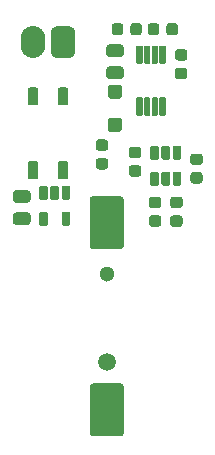
<source format=gbr>
%TF.GenerationSoftware,KiCad,Pcbnew,(5.1.6-0-10_14)*%
%TF.CreationDate,2022-05-10T09:10:30-04:00*%
%TF.ProjectId,Delay_Door_Switch-RevB,44656c61-795f-4446-9f6f-725f53776974,rev?*%
%TF.SameCoordinates,Original*%
%TF.FileFunction,Soldermask,Bot*%
%TF.FilePolarity,Negative*%
%FSLAX46Y46*%
G04 Gerber Fmt 4.6, Leading zero omitted, Abs format (unit mm)*
G04 Created by KiCad (PCBNEW (5.1.6-0-10_14)) date 2022-05-10 09:10:30*
%MOMM*%
%LPD*%
G01*
G04 APERTURE LIST*
%ADD10O,2.100000X2.700000*%
%ADD11C,1.500000*%
%ADD12C,1.300000*%
G04 APERTURE END LIST*
%TO.C,U3*%
G36*
G01*
X128387500Y-67670000D02*
X128912500Y-67670000D01*
G75*
G02*
X129025000Y-67782500I0J-112500D01*
G01*
X129025000Y-68717500D01*
G75*
G02*
X128912500Y-68830000I-112500J0D01*
G01*
X128387500Y-68830000D01*
G75*
G02*
X128275000Y-68717500I0J112500D01*
G01*
X128275000Y-67782500D01*
G75*
G02*
X128387500Y-67670000I112500J0D01*
G01*
G37*
G36*
G01*
X130287500Y-67670000D02*
X130812500Y-67670000D01*
G75*
G02*
X130925000Y-67782500I0J-112500D01*
G01*
X130925000Y-68717500D01*
G75*
G02*
X130812500Y-68830000I-112500J0D01*
G01*
X130287500Y-68830000D01*
G75*
G02*
X130175000Y-68717500I0J112500D01*
G01*
X130175000Y-67782500D01*
G75*
G02*
X130287500Y-67670000I112500J0D01*
G01*
G37*
G36*
G01*
X130287500Y-65470000D02*
X130812500Y-65470000D01*
G75*
G02*
X130925000Y-65582500I0J-112500D01*
G01*
X130925000Y-66517500D01*
G75*
G02*
X130812500Y-66630000I-112500J0D01*
G01*
X130287500Y-66630000D01*
G75*
G02*
X130175000Y-66517500I0J112500D01*
G01*
X130175000Y-65582500D01*
G75*
G02*
X130287500Y-65470000I112500J0D01*
G01*
G37*
G36*
G01*
X129337500Y-65470000D02*
X129862500Y-65470000D01*
G75*
G02*
X129975000Y-65582500I0J-112500D01*
G01*
X129975000Y-66517500D01*
G75*
G02*
X129862500Y-66630000I-112500J0D01*
G01*
X129337500Y-66630000D01*
G75*
G02*
X129225000Y-66517500I0J112500D01*
G01*
X129225000Y-65582500D01*
G75*
G02*
X129337500Y-65470000I112500J0D01*
G01*
G37*
G36*
G01*
X128387500Y-65470000D02*
X128912500Y-65470000D01*
G75*
G02*
X129025000Y-65582500I0J-112500D01*
G01*
X129025000Y-66517500D01*
G75*
G02*
X128912500Y-66630000I-112500J0D01*
G01*
X128387500Y-66630000D01*
G75*
G02*
X128275000Y-66517500I0J112500D01*
G01*
X128275000Y-65582500D01*
G75*
G02*
X128387500Y-65470000I112500J0D01*
G01*
G37*
%TD*%
%TO.C,U1*%
G36*
G01*
X139262500Y-63230000D02*
X138737500Y-63230000D01*
G75*
G02*
X138625000Y-63117500I0J112500D01*
G01*
X138625000Y-62182500D01*
G75*
G02*
X138737500Y-62070000I112500J0D01*
G01*
X139262500Y-62070000D01*
G75*
G02*
X139375000Y-62182500I0J-112500D01*
G01*
X139375000Y-63117500D01*
G75*
G02*
X139262500Y-63230000I-112500J0D01*
G01*
G37*
G36*
G01*
X140212500Y-63230000D02*
X139687500Y-63230000D01*
G75*
G02*
X139575000Y-63117500I0J112500D01*
G01*
X139575000Y-62182500D01*
G75*
G02*
X139687500Y-62070000I112500J0D01*
G01*
X140212500Y-62070000D01*
G75*
G02*
X140325000Y-62182500I0J-112500D01*
G01*
X140325000Y-63117500D01*
G75*
G02*
X140212500Y-63230000I-112500J0D01*
G01*
G37*
G36*
G01*
X138312500Y-63230000D02*
X137787500Y-63230000D01*
G75*
G02*
X137675000Y-63117500I0J112500D01*
G01*
X137675000Y-62182500D01*
G75*
G02*
X137787500Y-62070000I112500J0D01*
G01*
X138312500Y-62070000D01*
G75*
G02*
X138425000Y-62182500I0J-112500D01*
G01*
X138425000Y-63117500D01*
G75*
G02*
X138312500Y-63230000I-112500J0D01*
G01*
G37*
G36*
G01*
X138312500Y-65430000D02*
X137787500Y-65430000D01*
G75*
G02*
X137675000Y-65317500I0J112500D01*
G01*
X137675000Y-64382500D01*
G75*
G02*
X137787500Y-64270000I112500J0D01*
G01*
X138312500Y-64270000D01*
G75*
G02*
X138425000Y-64382500I0J-112500D01*
G01*
X138425000Y-65317500D01*
G75*
G02*
X138312500Y-65430000I-112500J0D01*
G01*
G37*
G36*
G01*
X139262500Y-65430000D02*
X138737500Y-65430000D01*
G75*
G02*
X138625000Y-65317500I0J112500D01*
G01*
X138625000Y-64382500D01*
G75*
G02*
X138737500Y-64270000I112500J0D01*
G01*
X139262500Y-64270000D01*
G75*
G02*
X139375000Y-64382500I0J-112500D01*
G01*
X139375000Y-65317500D01*
G75*
G02*
X139262500Y-65430000I-112500J0D01*
G01*
G37*
G36*
G01*
X140212500Y-65430000D02*
X139687500Y-65430000D01*
G75*
G02*
X139575000Y-65317500I0J112500D01*
G01*
X139575000Y-64382500D01*
G75*
G02*
X139687500Y-64270000I112500J0D01*
G01*
X140212500Y-64270000D01*
G75*
G02*
X140325000Y-64382500I0J-112500D01*
G01*
X140325000Y-65317500D01*
G75*
G02*
X140212500Y-65430000I-112500J0D01*
G01*
G37*
%TD*%
%TO.C,D1*%
G36*
G01*
X135120000Y-58100000D02*
X134280000Y-58100000D01*
G75*
G02*
X134100000Y-57920000I0J180000D01*
G01*
X134100000Y-57080000D01*
G75*
G02*
X134280000Y-56900000I180000J0D01*
G01*
X135120000Y-56900000D01*
G75*
G02*
X135300000Y-57080000I0J-180000D01*
G01*
X135300000Y-57920000D01*
G75*
G02*
X135120000Y-58100000I-180000J0D01*
G01*
G37*
G36*
G01*
X135120000Y-60900000D02*
X134280000Y-60900000D01*
G75*
G02*
X134100000Y-60720000I0J180000D01*
G01*
X134100000Y-59880000D01*
G75*
G02*
X134280000Y-59700000I180000J0D01*
G01*
X135120000Y-59700000D01*
G75*
G02*
X135300000Y-59880000I0J-180000D01*
G01*
X135300000Y-60720000D01*
G75*
G02*
X135120000Y-60900000I-180000J0D01*
G01*
G37*
%TD*%
%TO.C,U2*%
G36*
G01*
X139000000Y-53657500D02*
X139000000Y-55042500D01*
G75*
G02*
X138917500Y-55125000I-82500J0D01*
G01*
X138532500Y-55125000D01*
G75*
G02*
X138450000Y-55042500I0J82500D01*
G01*
X138450000Y-53657500D01*
G75*
G02*
X138532500Y-53575000I82500J0D01*
G01*
X138917500Y-53575000D01*
G75*
G02*
X139000000Y-53657500I0J-82500D01*
G01*
G37*
G36*
G01*
X138350000Y-53657500D02*
X138350000Y-55042500D01*
G75*
G02*
X138267500Y-55125000I-82500J0D01*
G01*
X137882500Y-55125000D01*
G75*
G02*
X137800000Y-55042500I0J82500D01*
G01*
X137800000Y-53657500D01*
G75*
G02*
X137882500Y-53575000I82500J0D01*
G01*
X138267500Y-53575000D01*
G75*
G02*
X138350000Y-53657500I0J-82500D01*
G01*
G37*
G36*
G01*
X137700000Y-53657500D02*
X137700000Y-55042500D01*
G75*
G02*
X137617500Y-55125000I-82500J0D01*
G01*
X137232500Y-55125000D01*
G75*
G02*
X137150000Y-55042500I0J82500D01*
G01*
X137150000Y-53657500D01*
G75*
G02*
X137232500Y-53575000I82500J0D01*
G01*
X137617500Y-53575000D01*
G75*
G02*
X137700000Y-53657500I0J-82500D01*
G01*
G37*
G36*
G01*
X137050000Y-53657500D02*
X137050000Y-55042500D01*
G75*
G02*
X136967500Y-55125000I-82500J0D01*
G01*
X136582500Y-55125000D01*
G75*
G02*
X136500000Y-55042500I0J82500D01*
G01*
X136500000Y-53657500D01*
G75*
G02*
X136582500Y-53575000I82500J0D01*
G01*
X136967500Y-53575000D01*
G75*
G02*
X137050000Y-53657500I0J-82500D01*
G01*
G37*
G36*
G01*
X137050000Y-58057500D02*
X137050000Y-59442500D01*
G75*
G02*
X136967500Y-59525000I-82500J0D01*
G01*
X136582500Y-59525000D01*
G75*
G02*
X136500000Y-59442500I0J82500D01*
G01*
X136500000Y-58057500D01*
G75*
G02*
X136582500Y-57975000I82500J0D01*
G01*
X136967500Y-57975000D01*
G75*
G02*
X137050000Y-58057500I0J-82500D01*
G01*
G37*
G36*
G01*
X137700000Y-58057500D02*
X137700000Y-59442500D01*
G75*
G02*
X137617500Y-59525000I-82500J0D01*
G01*
X137232500Y-59525000D01*
G75*
G02*
X137150000Y-59442500I0J82500D01*
G01*
X137150000Y-58057500D01*
G75*
G02*
X137232500Y-57975000I82500J0D01*
G01*
X137617500Y-57975000D01*
G75*
G02*
X137700000Y-58057500I0J-82500D01*
G01*
G37*
G36*
G01*
X138350000Y-58057500D02*
X138350000Y-59442500D01*
G75*
G02*
X138267500Y-59525000I-82500J0D01*
G01*
X137882500Y-59525000D01*
G75*
G02*
X137800000Y-59442500I0J82500D01*
G01*
X137800000Y-58057500D01*
G75*
G02*
X137882500Y-57975000I82500J0D01*
G01*
X138267500Y-57975000D01*
G75*
G02*
X138350000Y-58057500I0J-82500D01*
G01*
G37*
G36*
G01*
X139000000Y-58057500D02*
X139000000Y-59442500D01*
G75*
G02*
X138917500Y-59525000I-82500J0D01*
G01*
X138532500Y-59525000D01*
G75*
G02*
X138450000Y-59442500I0J82500D01*
G01*
X138450000Y-58057500D01*
G75*
G02*
X138532500Y-57975000I82500J0D01*
G01*
X138917500Y-57975000D01*
G75*
G02*
X139000000Y-58057500I0J-82500D01*
G01*
G37*
%TD*%
D10*
%TO.C,J1*%
X127760000Y-53300000D03*
G36*
G01*
X131350000Y-52475000D02*
X131350000Y-54125000D01*
G75*
G02*
X130825000Y-54650000I-525000J0D01*
G01*
X129775000Y-54650000D01*
G75*
G02*
X129250000Y-54125000I0J525000D01*
G01*
X129250000Y-52475000D01*
G75*
G02*
X129775000Y-51950000I525000J0D01*
G01*
X130825000Y-51950000D01*
G75*
G02*
X131350000Y-52475000I0J-525000D01*
G01*
G37*
%TD*%
%TO.C,U4*%
G36*
G01*
X130525000Y-58650000D02*
X130075000Y-58650000D01*
G75*
G02*
X129850000Y-58425000I0J225000D01*
G01*
X129850000Y-57325000D01*
G75*
G02*
X130075000Y-57100000I225000J0D01*
G01*
X130525000Y-57100000D01*
G75*
G02*
X130750000Y-57325000I0J-225000D01*
G01*
X130750000Y-58425000D01*
G75*
G02*
X130525000Y-58650000I-225000J0D01*
G01*
G37*
G36*
G01*
X127985000Y-58650000D02*
X127535000Y-58650000D01*
G75*
G02*
X127310000Y-58425000I0J225000D01*
G01*
X127310000Y-57325000D01*
G75*
G02*
X127535000Y-57100000I225000J0D01*
G01*
X127985000Y-57100000D01*
G75*
G02*
X128210000Y-57325000I0J-225000D01*
G01*
X128210000Y-58425000D01*
G75*
G02*
X127985000Y-58650000I-225000J0D01*
G01*
G37*
G36*
G01*
X127985000Y-64900000D02*
X127535000Y-64900000D01*
G75*
G02*
X127310000Y-64675000I0J225000D01*
G01*
X127310000Y-63575000D01*
G75*
G02*
X127535000Y-63350000I225000J0D01*
G01*
X127985000Y-63350000D01*
G75*
G02*
X128210000Y-63575000I0J-225000D01*
G01*
X128210000Y-64675000D01*
G75*
G02*
X127985000Y-64900000I-225000J0D01*
G01*
G37*
G36*
G01*
X130525000Y-64900000D02*
X130075000Y-64900000D01*
G75*
G02*
X129850000Y-64675000I0J225000D01*
G01*
X129850000Y-63575000D01*
G75*
G02*
X130075000Y-63350000I225000J0D01*
G01*
X130525000Y-63350000D01*
G75*
G02*
X130750000Y-63575000I0J-225000D01*
G01*
X130750000Y-64675000D01*
G75*
G02*
X130525000Y-64900000I-225000J0D01*
G01*
G37*
%TD*%
D11*
%TO.C,BT1*%
X134000000Y-80400000D03*
D12*
X134000000Y-72900000D03*
G36*
G01*
X132840000Y-82175000D02*
X135160000Y-82175000D01*
G75*
G02*
X135450000Y-82465000I0J-290000D01*
G01*
X135450000Y-86385000D01*
G75*
G02*
X135160000Y-86675000I-290000J0D01*
G01*
X132840000Y-86675000D01*
G75*
G02*
X132550000Y-86385000I0J290000D01*
G01*
X132550000Y-82465000D01*
G75*
G02*
X132840000Y-82175000I290000J0D01*
G01*
G37*
G36*
G01*
X132840000Y-66325000D02*
X135160000Y-66325000D01*
G75*
G02*
X135450000Y-66615000I0J-290000D01*
G01*
X135450000Y-70535000D01*
G75*
G02*
X135160000Y-70825000I-290000J0D01*
G01*
X132840000Y-70825000D01*
G75*
G02*
X132550000Y-70535000I0J290000D01*
G01*
X132550000Y-66615000D01*
G75*
G02*
X132840000Y-66325000I290000J0D01*
G01*
G37*
%TD*%
%TO.C,R5*%
G36*
G01*
X136118750Y-63700000D02*
X136681250Y-63700000D01*
G75*
G02*
X136925000Y-63943750I0J-243750D01*
G01*
X136925000Y-64431250D01*
G75*
G02*
X136681250Y-64675000I-243750J0D01*
G01*
X136118750Y-64675000D01*
G75*
G02*
X135875000Y-64431250I0J243750D01*
G01*
X135875000Y-63943750D01*
G75*
G02*
X136118750Y-63700000I243750J0D01*
G01*
G37*
G36*
G01*
X136118750Y-62125000D02*
X136681250Y-62125000D01*
G75*
G02*
X136925000Y-62368750I0J-243750D01*
G01*
X136925000Y-62856250D01*
G75*
G02*
X136681250Y-63100000I-243750J0D01*
G01*
X136118750Y-63100000D01*
G75*
G02*
X135875000Y-62856250I0J243750D01*
G01*
X135875000Y-62368750D01*
G75*
G02*
X136118750Y-62125000I243750J0D01*
G01*
G37*
%TD*%
%TO.C,R4*%
G36*
G01*
X133881250Y-62500000D02*
X133318750Y-62500000D01*
G75*
G02*
X133075000Y-62256250I0J243750D01*
G01*
X133075000Y-61768750D01*
G75*
G02*
X133318750Y-61525000I243750J0D01*
G01*
X133881250Y-61525000D01*
G75*
G02*
X134125000Y-61768750I0J-243750D01*
G01*
X134125000Y-62256250D01*
G75*
G02*
X133881250Y-62500000I-243750J0D01*
G01*
G37*
G36*
G01*
X133881250Y-64075000D02*
X133318750Y-64075000D01*
G75*
G02*
X133075000Y-63831250I0J243750D01*
G01*
X133075000Y-63343750D01*
G75*
G02*
X133318750Y-63100000I243750J0D01*
G01*
X133881250Y-63100000D01*
G75*
G02*
X134125000Y-63343750I0J-243750D01*
G01*
X134125000Y-63831250D01*
G75*
G02*
X133881250Y-64075000I-243750J0D01*
G01*
G37*
%TD*%
%TO.C,R3*%
G36*
G01*
X139618750Y-67950000D02*
X140181250Y-67950000D01*
G75*
G02*
X140425000Y-68193750I0J-243750D01*
G01*
X140425000Y-68681250D01*
G75*
G02*
X140181250Y-68925000I-243750J0D01*
G01*
X139618750Y-68925000D01*
G75*
G02*
X139375000Y-68681250I0J243750D01*
G01*
X139375000Y-68193750D01*
G75*
G02*
X139618750Y-67950000I243750J0D01*
G01*
G37*
G36*
G01*
X139618750Y-66375000D02*
X140181250Y-66375000D01*
G75*
G02*
X140425000Y-66618750I0J-243750D01*
G01*
X140425000Y-67106250D01*
G75*
G02*
X140181250Y-67350000I-243750J0D01*
G01*
X139618750Y-67350000D01*
G75*
G02*
X139375000Y-67106250I0J243750D01*
G01*
X139375000Y-66618750D01*
G75*
G02*
X139618750Y-66375000I243750J0D01*
G01*
G37*
%TD*%
%TO.C,R2*%
G36*
G01*
X137818750Y-67950000D02*
X138381250Y-67950000D01*
G75*
G02*
X138625000Y-68193750I0J-243750D01*
G01*
X138625000Y-68681250D01*
G75*
G02*
X138381250Y-68925000I-243750J0D01*
G01*
X137818750Y-68925000D01*
G75*
G02*
X137575000Y-68681250I0J243750D01*
G01*
X137575000Y-68193750D01*
G75*
G02*
X137818750Y-67950000I243750J0D01*
G01*
G37*
G36*
G01*
X137818750Y-66375000D02*
X138381250Y-66375000D01*
G75*
G02*
X138625000Y-66618750I0J-243750D01*
G01*
X138625000Y-67106250D01*
G75*
G02*
X138381250Y-67350000I-243750J0D01*
G01*
X137818750Y-67350000D01*
G75*
G02*
X137575000Y-67106250I0J243750D01*
G01*
X137575000Y-66618750D01*
G75*
G02*
X137818750Y-66375000I243750J0D01*
G01*
G37*
%TD*%
%TO.C,R1*%
G36*
G01*
X138450000Y-51918750D02*
X138450000Y-52481250D01*
G75*
G02*
X138206250Y-52725000I-243750J0D01*
G01*
X137718750Y-52725000D01*
G75*
G02*
X137475000Y-52481250I0J243750D01*
G01*
X137475000Y-51918750D01*
G75*
G02*
X137718750Y-51675000I243750J0D01*
G01*
X138206250Y-51675000D01*
G75*
G02*
X138450000Y-51918750I0J-243750D01*
G01*
G37*
G36*
G01*
X140025000Y-51918750D02*
X140025000Y-52481250D01*
G75*
G02*
X139781250Y-52725000I-243750J0D01*
G01*
X139293750Y-52725000D01*
G75*
G02*
X139050000Y-52481250I0J243750D01*
G01*
X139050000Y-51918750D01*
G75*
G02*
X139293750Y-51675000I243750J0D01*
G01*
X139781250Y-51675000D01*
G75*
G02*
X140025000Y-51918750I0J-243750D01*
G01*
G37*
%TD*%
%TO.C,C5*%
G36*
G01*
X127281250Y-66900000D02*
X126318750Y-66900000D01*
G75*
G02*
X126050000Y-66631250I0J268750D01*
G01*
X126050000Y-66093750D01*
G75*
G02*
X126318750Y-65825000I268750J0D01*
G01*
X127281250Y-65825000D01*
G75*
G02*
X127550000Y-66093750I0J-268750D01*
G01*
X127550000Y-66631250D01*
G75*
G02*
X127281250Y-66900000I-268750J0D01*
G01*
G37*
G36*
G01*
X127281250Y-68775000D02*
X126318750Y-68775000D01*
G75*
G02*
X126050000Y-68506250I0J268750D01*
G01*
X126050000Y-67968750D01*
G75*
G02*
X126318750Y-67700000I268750J0D01*
G01*
X127281250Y-67700000D01*
G75*
G02*
X127550000Y-67968750I0J-268750D01*
G01*
X127550000Y-68506250D01*
G75*
G02*
X127281250Y-68775000I-268750J0D01*
G01*
G37*
%TD*%
%TO.C,C4*%
G36*
G01*
X135400000Y-51918750D02*
X135400000Y-52481250D01*
G75*
G02*
X135156250Y-52725000I-243750J0D01*
G01*
X134668750Y-52725000D01*
G75*
G02*
X134425000Y-52481250I0J243750D01*
G01*
X134425000Y-51918750D01*
G75*
G02*
X134668750Y-51675000I243750J0D01*
G01*
X135156250Y-51675000D01*
G75*
G02*
X135400000Y-51918750I0J-243750D01*
G01*
G37*
G36*
G01*
X136975000Y-51918750D02*
X136975000Y-52481250D01*
G75*
G02*
X136731250Y-52725000I-243750J0D01*
G01*
X136243750Y-52725000D01*
G75*
G02*
X136000000Y-52481250I0J243750D01*
G01*
X136000000Y-51918750D01*
G75*
G02*
X136243750Y-51675000I243750J0D01*
G01*
X136731250Y-51675000D01*
G75*
G02*
X136975000Y-51918750I0J-243750D01*
G01*
G37*
%TD*%
%TO.C,C3*%
G36*
G01*
X140018750Y-55450000D02*
X140581250Y-55450000D01*
G75*
G02*
X140825000Y-55693750I0J-243750D01*
G01*
X140825000Y-56181250D01*
G75*
G02*
X140581250Y-56425000I-243750J0D01*
G01*
X140018750Y-56425000D01*
G75*
G02*
X139775000Y-56181250I0J243750D01*
G01*
X139775000Y-55693750D01*
G75*
G02*
X140018750Y-55450000I243750J0D01*
G01*
G37*
G36*
G01*
X140018750Y-53875000D02*
X140581250Y-53875000D01*
G75*
G02*
X140825000Y-54118750I0J-243750D01*
G01*
X140825000Y-54606250D01*
G75*
G02*
X140581250Y-54850000I-243750J0D01*
G01*
X140018750Y-54850000D01*
G75*
G02*
X139775000Y-54606250I0J243750D01*
G01*
X139775000Y-54118750D01*
G75*
G02*
X140018750Y-53875000I243750J0D01*
G01*
G37*
%TD*%
%TO.C,C2*%
G36*
G01*
X141881250Y-63700000D02*
X141318750Y-63700000D01*
G75*
G02*
X141075000Y-63456250I0J243750D01*
G01*
X141075000Y-62968750D01*
G75*
G02*
X141318750Y-62725000I243750J0D01*
G01*
X141881250Y-62725000D01*
G75*
G02*
X142125000Y-62968750I0J-243750D01*
G01*
X142125000Y-63456250D01*
G75*
G02*
X141881250Y-63700000I-243750J0D01*
G01*
G37*
G36*
G01*
X141881250Y-65275000D02*
X141318750Y-65275000D01*
G75*
G02*
X141075000Y-65031250I0J243750D01*
G01*
X141075000Y-64543750D01*
G75*
G02*
X141318750Y-64300000I243750J0D01*
G01*
X141881250Y-64300000D01*
G75*
G02*
X142125000Y-64543750I0J-243750D01*
G01*
X142125000Y-65031250D01*
G75*
G02*
X141881250Y-65275000I-243750J0D01*
G01*
G37*
%TD*%
%TO.C,C1*%
G36*
G01*
X135181250Y-54550000D02*
X134218750Y-54550000D01*
G75*
G02*
X133950000Y-54281250I0J268750D01*
G01*
X133950000Y-53743750D01*
G75*
G02*
X134218750Y-53475000I268750J0D01*
G01*
X135181250Y-53475000D01*
G75*
G02*
X135450000Y-53743750I0J-268750D01*
G01*
X135450000Y-54281250D01*
G75*
G02*
X135181250Y-54550000I-268750J0D01*
G01*
G37*
G36*
G01*
X135181250Y-56425000D02*
X134218750Y-56425000D01*
G75*
G02*
X133950000Y-56156250I0J268750D01*
G01*
X133950000Y-55618750D01*
G75*
G02*
X134218750Y-55350000I268750J0D01*
G01*
X135181250Y-55350000D01*
G75*
G02*
X135450000Y-55618750I0J-268750D01*
G01*
X135450000Y-56156250D01*
G75*
G02*
X135181250Y-56425000I-268750J0D01*
G01*
G37*
%TD*%
M02*

</source>
